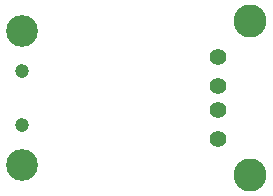
<source format=gbs>
G04 Layer_Color=16711935*
%FSLAX23Y23*%
%MOIN*%
G70*
G01*
G75*
%ADD33C,0.110*%
%ADD34C,0.055*%
%ADD35C,0.106*%
%ADD36C,0.047*%
D33*
X2098Y1706D02*
D03*
Y1194D02*
D03*
D34*
X1992Y1588D02*
D03*
Y1489D02*
D03*
Y1411D02*
D03*
Y1312D02*
D03*
D35*
X1339Y1226D02*
D03*
Y1674D02*
D03*
D36*
Y1361D02*
D03*
Y1539D02*
D03*
M02*

</source>
